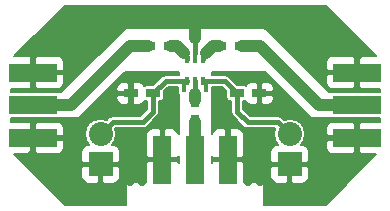
<source format=gtl>
G04 #@! TF.FileFunction,Copper,L1,Top,Signal*
%FSLAX46Y46*%
G04 Gerber Fmt 4.6, Leading zero omitted, Abs format (unit mm)*
G04 Created by KiCad (PCBNEW 4.0.2+dfsg1-stable) date Sa 25 Mär 2017 16:29:51 CET*
%MOMM*%
G01*
G04 APERTURE LIST*
%ADD10C,0.100000*%
%ADD11R,4.064000X1.524000*%
%ADD12R,1.200000X0.750000*%
%ADD13R,0.750000X1.200000*%
%ADD14R,1.524000X4.064000*%
%ADD15R,2.032000X2.032000*%
%ADD16O,2.032000X2.032000*%
%ADD17R,0.398780X0.749300*%
%ADD18R,0.400000X1.000000*%
%ADD19C,0.700000*%
%ADD20C,1.000000*%
%ADD21C,0.400000*%
%ADD22C,0.200000*%
G04 APERTURE END LIST*
D10*
D11*
X29700000Y9000000D03*
X29700000Y6230000D03*
X29700000Y11770000D03*
X2300000Y9000000D03*
X2300000Y11770000D03*
X2300000Y6230000D03*
D12*
X18050000Y14000000D03*
X19950000Y14000000D03*
D13*
X16000000Y9450000D03*
X16000000Y7550000D03*
D12*
X12050000Y14000000D03*
X13950000Y14000000D03*
X19550000Y10000000D03*
X21450000Y10000000D03*
X12450000Y10000000D03*
X10550000Y10000000D03*
D14*
X16000000Y4400000D03*
X13230000Y4400000D03*
X18770000Y4400000D03*
D15*
X24000000Y4000000D03*
D16*
X24000000Y6540000D03*
D15*
X8000000Y4000000D03*
D16*
X8000000Y6540000D03*
D17*
X16650240Y12949960D03*
X16000000Y12949960D03*
X15349760Y12949960D03*
X15349760Y11050040D03*
X16000000Y11050040D03*
X16650240Y11050040D03*
D18*
X15050000Y10600000D03*
X16000000Y10600000D03*
X16950000Y10600000D03*
X15050000Y13400000D03*
X16000000Y13400000D03*
X16950000Y13400000D03*
D19*
X16000000Y14700000D03*
X21500000Y11500000D03*
X10500000Y11500000D03*
X5500000Y12500000D03*
X4500000Y13500000D03*
X3000000Y13500000D03*
X5500000Y7500000D03*
X5500000Y6500000D03*
X5500000Y5500000D03*
X4500000Y4500000D03*
X3000000Y4500000D03*
X26500000Y7500000D03*
X26500000Y6500000D03*
X26500000Y5500000D03*
X27500000Y4500000D03*
X29000000Y4500000D03*
X26500000Y12500000D03*
X27500000Y13500000D03*
X29000000Y13500000D03*
X18000000Y9500000D03*
X18000000Y8500000D03*
X18000000Y7500000D03*
X19000000Y7500000D03*
X14000000Y9500000D03*
X14000000Y8500000D03*
X14000000Y7500000D03*
X13000000Y7500000D03*
X10500000Y2500000D03*
X11500000Y2500000D03*
X11500000Y3500000D03*
X11500000Y6500000D03*
X11500000Y5500000D03*
X11500000Y4500000D03*
X21500000Y2500000D03*
X20500000Y2500000D03*
X20500000Y3500000D03*
X20500000Y6500000D03*
X20500000Y5500000D03*
X20500000Y4500000D03*
X9000000Y10000000D03*
X23000000Y10000000D03*
X1500000Y13500000D03*
X2500000Y14500000D03*
X3500000Y15500000D03*
X4500000Y16500000D03*
X5500000Y17000000D03*
X6500000Y17000000D03*
X7500000Y17000000D03*
X8500000Y17000000D03*
X9500000Y17000000D03*
X10500000Y17000000D03*
X11500000Y17000000D03*
X12500000Y17000000D03*
X13500000Y17000000D03*
X14500000Y17000000D03*
X15500000Y17000000D03*
X16500000Y17000000D03*
X17500000Y17000000D03*
X18500000Y17000000D03*
X19500000Y17000000D03*
X20500000Y17000000D03*
X21500000Y17000000D03*
X22500000Y17000000D03*
X23500000Y17000000D03*
X24500000Y17000000D03*
X25500000Y17000000D03*
X26500000Y17000000D03*
X27500000Y16500000D03*
X28500000Y15500000D03*
X29500000Y14500000D03*
X30500000Y13500000D03*
X30500000Y4500000D03*
X29500000Y3500000D03*
X28500000Y2500000D03*
X27500000Y1500000D03*
X26500000Y1000000D03*
X25500000Y1000000D03*
X24500000Y1000000D03*
X23500000Y1000000D03*
X22500000Y1000000D03*
X9500000Y1000000D03*
X8500000Y1000000D03*
X7500000Y1000000D03*
X6500000Y1000000D03*
X5500000Y1000000D03*
X4500000Y1500000D03*
X3500000Y2500000D03*
X2500000Y3500000D03*
X1500000Y4500000D03*
D20*
X16000000Y14700000D02*
X16000000Y15800000D01*
D21*
X16000000Y13400000D02*
X16000000Y14700000D01*
D22*
X30500000Y4500000D02*
X29900000Y4500000D01*
X29900000Y4500000D02*
X29700000Y4700000D01*
X29700000Y4700000D02*
X29700000Y6230000D01*
X21450000Y10000000D02*
X21450000Y11450000D01*
X21450000Y11450000D02*
X21500000Y11500000D01*
X10550000Y10000000D02*
X10550000Y11450000D01*
X10550000Y11450000D02*
X10500000Y11500000D01*
X4500000Y13500000D02*
X5500000Y12500000D01*
X2300000Y11770000D02*
X2300000Y12800000D01*
X2300000Y12800000D02*
X3000000Y13500000D01*
X5500000Y6500000D02*
X5500000Y7500000D01*
X4500000Y4500000D02*
X5500000Y5500000D01*
X2300000Y6230000D02*
X2300000Y5200000D01*
X2300000Y5200000D02*
X3000000Y4500000D01*
X26500000Y6500000D02*
X26500000Y7500000D01*
X27500000Y4500000D02*
X26500000Y5500000D01*
X29700000Y6230000D02*
X29700000Y5200000D01*
X29700000Y5200000D02*
X29000000Y4500000D01*
X27500000Y13500000D02*
X26500000Y12500000D01*
X29700000Y11770000D02*
X29700000Y12800000D01*
X29700000Y12800000D02*
X29000000Y13500000D01*
X18000000Y7500000D02*
X18000000Y8500000D01*
X18770000Y4400000D02*
X18770000Y7270000D01*
X18770000Y7270000D02*
X19000000Y7500000D01*
X14000000Y7500000D02*
X14000000Y8500000D01*
X13230000Y4400000D02*
X13230000Y7270000D01*
X13230000Y7270000D02*
X13000000Y7500000D01*
X11500000Y3500000D02*
X11500000Y2500000D01*
X11500000Y5500000D02*
X11500000Y6500000D01*
X13230000Y4400000D02*
X11600000Y4400000D01*
X11600000Y4400000D02*
X11500000Y4500000D01*
X20500000Y3500000D02*
X20500000Y2500000D01*
X20500000Y5500000D02*
X20500000Y6500000D01*
X18770000Y4400000D02*
X20400000Y4400000D01*
X20400000Y4400000D02*
X20500000Y4500000D01*
D21*
X10550000Y10000000D02*
X9000000Y10000000D01*
X21450000Y10000000D02*
X23000000Y10000000D01*
D22*
X3500000Y15500000D02*
X2500000Y14500000D01*
X5500000Y17000000D02*
X5000000Y17000000D01*
X5000000Y17000000D02*
X4500000Y16500000D01*
X7500000Y17000000D02*
X6500000Y17000000D01*
X9500000Y17000000D02*
X8500000Y17000000D01*
X11500000Y17000000D02*
X10500000Y17000000D01*
X13500000Y17000000D02*
X12500000Y17000000D01*
X15500000Y17000000D02*
X14500000Y17000000D01*
X17500000Y17000000D02*
X16500000Y17000000D01*
X19500000Y17000000D02*
X18500000Y17000000D01*
X21500000Y17000000D02*
X20500000Y17000000D01*
X23500000Y17000000D02*
X22500000Y17000000D01*
X25500000Y17000000D02*
X24500000Y17000000D01*
X27500000Y16500000D02*
X27000000Y16500000D01*
X27000000Y16500000D02*
X26500000Y17000000D01*
X29500000Y14500000D02*
X28500000Y15500000D01*
X29700000Y11770000D02*
X29700000Y12732000D01*
X30468000Y13500000D02*
X30500000Y13500000D01*
X29700000Y12732000D02*
X30468000Y13500000D01*
X29500000Y3500000D02*
X30500000Y4500000D01*
X27500000Y1500000D02*
X28500000Y2500000D01*
X25500000Y1000000D02*
X26500000Y1000000D01*
X23500000Y1000000D02*
X24500000Y1000000D01*
X8500000Y1000000D02*
X9500000Y1000000D01*
X6500000Y1000000D02*
X7500000Y1000000D01*
X4500000Y1500000D02*
X5000000Y1500000D01*
X5000000Y1500000D02*
X5500000Y1000000D01*
X2500000Y3500000D02*
X3500000Y2500000D01*
X2300000Y6230000D02*
X2300000Y5268000D01*
X2300000Y5268000D02*
X1532000Y4500000D01*
X1532000Y4500000D02*
X1500000Y4500000D01*
D20*
X18050000Y14000000D02*
X17550000Y14000000D01*
X17550000Y14000000D02*
X16950000Y13400000D01*
D21*
X16650240Y12949960D02*
X16650240Y13100240D01*
X16650240Y13100240D02*
X16950000Y13400000D01*
D20*
X12050000Y14000000D02*
X10450000Y14000000D01*
X10450000Y14000000D02*
X5500000Y9050000D01*
X5500000Y9050000D02*
X5500000Y9000000D01*
X2300000Y9000000D02*
X5500000Y9000000D01*
X16000000Y9450000D02*
X16000000Y9975389D01*
D21*
X16000000Y9450000D02*
X16000000Y11050040D01*
D20*
X29700000Y9000000D02*
X26500000Y9000000D01*
X21500000Y14000000D02*
X19950000Y14000000D01*
X26500000Y9000000D02*
X21500000Y14000000D01*
X16000000Y4400000D02*
X16000000Y7550000D01*
X13950000Y14000000D02*
X14450000Y14000000D01*
X14450000Y14000000D02*
X15050000Y13400000D01*
D21*
X15349760Y12949960D02*
X15349760Y13100240D01*
X15349760Y13100240D02*
X15050000Y13400000D01*
D22*
X16650240Y11050040D02*
X16650240Y10899760D01*
X16650240Y10899760D02*
X16950000Y10600000D01*
D21*
X24000000Y6540000D02*
X22984001Y7555999D01*
X22984001Y7555999D02*
X20444001Y7555999D01*
X20444001Y7555999D02*
X19550000Y8450000D01*
X19550000Y8450000D02*
X19550000Y10000000D01*
X16650240Y11050040D02*
X18499960Y11050040D01*
X18499960Y11050040D02*
X19550000Y10000000D01*
D22*
X15349760Y11050040D02*
X15349760Y10899760D01*
X15349760Y10899760D02*
X15050000Y10600000D01*
D21*
X8000000Y6540000D02*
X9015999Y7555999D01*
X9015999Y7555999D02*
X11555999Y7555999D01*
X11555999Y7555999D02*
X12450000Y8450000D01*
X12450000Y8450000D02*
X12450000Y10000000D01*
X15349760Y11050040D02*
X13500040Y11050040D01*
X13500040Y11050040D02*
X12450000Y10000000D01*
D22*
G36*
X25829289Y7929289D02*
X25861094Y7907879D01*
X25900000Y7900000D01*
X31625000Y7900000D01*
X31625000Y7600000D01*
X30006000Y7600000D01*
X29854000Y7448000D01*
X29854000Y6384000D01*
X29874000Y6384000D01*
X29874000Y6076000D01*
X29854000Y6076000D01*
X29854000Y5012000D01*
X30006000Y4860000D01*
X31329670Y4860000D01*
X27044670Y575000D01*
X21875000Y575000D01*
X21875000Y2100000D01*
X21846455Y2243506D01*
X21765165Y2365165D01*
X21643506Y2446455D01*
X21500000Y2475000D01*
X20140000Y2475000D01*
X20140000Y3694000D01*
X22376000Y3694000D01*
X22376000Y2863062D01*
X22468562Y2639596D01*
X22639595Y2468563D01*
X22863061Y2376000D01*
X23694000Y2376000D01*
X23846000Y2528000D01*
X23846000Y3846000D01*
X24154000Y3846000D01*
X24154000Y2528000D01*
X24306000Y2376000D01*
X25136939Y2376000D01*
X25360405Y2468563D01*
X25531438Y2639596D01*
X25624000Y2863062D01*
X25624000Y3694000D01*
X25472000Y3846000D01*
X24154000Y3846000D01*
X23846000Y3846000D01*
X22528000Y3846000D01*
X22376000Y3694000D01*
X20140000Y3694000D01*
X20140000Y4094000D01*
X19988000Y4246000D01*
X18924000Y4246000D01*
X18924000Y4226000D01*
X18616000Y4226000D01*
X18616000Y4246000D01*
X17552000Y4246000D01*
X17400000Y4094000D01*
X17400000Y4706000D01*
X17552000Y4554000D01*
X18616000Y4554000D01*
X18616000Y6888000D01*
X18924000Y6888000D01*
X18924000Y4554000D01*
X19988000Y4554000D01*
X20140000Y4706000D01*
X20140000Y6552938D01*
X20047438Y6776404D01*
X19876405Y6947437D01*
X19652939Y7040000D01*
X19076000Y7040000D01*
X18924000Y6888000D01*
X18616000Y6888000D01*
X18464000Y7040000D01*
X17887061Y7040000D01*
X17663595Y6947437D01*
X17492562Y6776404D01*
X17400000Y6552938D01*
X17400000Y9934488D01*
X17431778Y9980997D01*
X17455877Y10100000D01*
X17455877Y10550040D01*
X18292854Y10550040D01*
X18644123Y10198771D01*
X18644123Y9625000D01*
X18665042Y9513827D01*
X18730745Y9411721D01*
X18830997Y9343222D01*
X18950000Y9319123D01*
X19050000Y9319123D01*
X19050000Y8450000D01*
X19082004Y8289104D01*
X19088060Y8258658D01*
X19196447Y8096447D01*
X20090447Y7202446D01*
X20224403Y7112939D01*
X20252659Y7094059D01*
X20444001Y7055999D01*
X22766670Y7055999D01*
X22758393Y7043611D01*
X22658218Y6540000D01*
X22758393Y6036389D01*
X23033941Y5624000D01*
X22863061Y5624000D01*
X22639595Y5531437D01*
X22468562Y5360404D01*
X22376000Y5136938D01*
X22376000Y4306000D01*
X22528000Y4154000D01*
X23846000Y4154000D01*
X23846000Y4174000D01*
X24154000Y4174000D01*
X24154000Y4154000D01*
X25472000Y4154000D01*
X25624000Y4306000D01*
X25624000Y5136938D01*
X25531438Y5360404D01*
X25360405Y5531437D01*
X25136939Y5624000D01*
X24966059Y5624000D01*
X25166511Y5924000D01*
X27060000Y5924000D01*
X27060000Y5347061D01*
X27152563Y5123595D01*
X27323596Y4952562D01*
X27547062Y4860000D01*
X29394000Y4860000D01*
X29546000Y5012000D01*
X29546000Y6076000D01*
X27212000Y6076000D01*
X27060000Y5924000D01*
X25166511Y5924000D01*
X25241607Y6036389D01*
X25341782Y6540000D01*
X25241607Y7043611D01*
X25195284Y7112939D01*
X27060000Y7112939D01*
X27060000Y6536000D01*
X27212000Y6384000D01*
X29546000Y6384000D01*
X29546000Y7448000D01*
X29394000Y7600000D01*
X27547062Y7600000D01*
X27323596Y7507438D01*
X27152563Y7336405D01*
X27060000Y7112939D01*
X25195284Y7112939D01*
X24956335Y7470553D01*
X24529393Y7755825D01*
X24025782Y7856000D01*
X23974218Y7856000D01*
X23487851Y7759255D01*
X23337554Y7909552D01*
X23175343Y8017939D01*
X23171291Y8018745D01*
X22984001Y8055999D01*
X20651108Y8055999D01*
X20050000Y8657106D01*
X20050000Y9319123D01*
X20150000Y9319123D01*
X20261173Y9340042D01*
X20299676Y9364818D01*
X20334562Y9280596D01*
X20505595Y9109563D01*
X20729061Y9017000D01*
X21144000Y9017000D01*
X21296000Y9169000D01*
X21296000Y9846000D01*
X21604000Y9846000D01*
X21604000Y9169000D01*
X21756000Y9017000D01*
X22170939Y9017000D01*
X22394405Y9109563D01*
X22565438Y9280596D01*
X22658000Y9504062D01*
X22658000Y9694000D01*
X22506000Y9846000D01*
X21604000Y9846000D01*
X21296000Y9846000D01*
X21276000Y9846000D01*
X21276000Y10154000D01*
X21296000Y10154000D01*
X21296000Y10831000D01*
X21604000Y10831000D01*
X21604000Y10154000D01*
X22506000Y10154000D01*
X22658000Y10306000D01*
X22658000Y10495938D01*
X22565438Y10719404D01*
X22394405Y10890437D01*
X22170939Y10983000D01*
X21756000Y10983000D01*
X21604000Y10831000D01*
X21296000Y10831000D01*
X21144000Y10983000D01*
X20729061Y10983000D01*
X20505595Y10890437D01*
X20334562Y10719404D01*
X20299882Y10635679D01*
X20269003Y10656778D01*
X20150000Y10680877D01*
X19576230Y10680877D01*
X18853513Y11403593D01*
X18691302Y11511980D01*
X18499960Y11550040D01*
X17400000Y11550040D01*
X17400000Y11800000D01*
X21958578Y11800000D01*
X25829289Y7929289D01*
X25829289Y7929289D01*
G37*
X25829289Y7929289D02*
X25861094Y7907879D01*
X25900000Y7900000D01*
X31625000Y7900000D01*
X31625000Y7600000D01*
X30006000Y7600000D01*
X29854000Y7448000D01*
X29854000Y6384000D01*
X29874000Y6384000D01*
X29874000Y6076000D01*
X29854000Y6076000D01*
X29854000Y5012000D01*
X30006000Y4860000D01*
X31329670Y4860000D01*
X27044670Y575000D01*
X21875000Y575000D01*
X21875000Y2100000D01*
X21846455Y2243506D01*
X21765165Y2365165D01*
X21643506Y2446455D01*
X21500000Y2475000D01*
X20140000Y2475000D01*
X20140000Y3694000D01*
X22376000Y3694000D01*
X22376000Y2863062D01*
X22468562Y2639596D01*
X22639595Y2468563D01*
X22863061Y2376000D01*
X23694000Y2376000D01*
X23846000Y2528000D01*
X23846000Y3846000D01*
X24154000Y3846000D01*
X24154000Y2528000D01*
X24306000Y2376000D01*
X25136939Y2376000D01*
X25360405Y2468563D01*
X25531438Y2639596D01*
X25624000Y2863062D01*
X25624000Y3694000D01*
X25472000Y3846000D01*
X24154000Y3846000D01*
X23846000Y3846000D01*
X22528000Y3846000D01*
X22376000Y3694000D01*
X20140000Y3694000D01*
X20140000Y4094000D01*
X19988000Y4246000D01*
X18924000Y4246000D01*
X18924000Y4226000D01*
X18616000Y4226000D01*
X18616000Y4246000D01*
X17552000Y4246000D01*
X17400000Y4094000D01*
X17400000Y4706000D01*
X17552000Y4554000D01*
X18616000Y4554000D01*
X18616000Y6888000D01*
X18924000Y6888000D01*
X18924000Y4554000D01*
X19988000Y4554000D01*
X20140000Y4706000D01*
X20140000Y6552938D01*
X20047438Y6776404D01*
X19876405Y6947437D01*
X19652939Y7040000D01*
X19076000Y7040000D01*
X18924000Y6888000D01*
X18616000Y6888000D01*
X18464000Y7040000D01*
X17887061Y7040000D01*
X17663595Y6947437D01*
X17492562Y6776404D01*
X17400000Y6552938D01*
X17400000Y9934488D01*
X17431778Y9980997D01*
X17455877Y10100000D01*
X17455877Y10550040D01*
X18292854Y10550040D01*
X18644123Y10198771D01*
X18644123Y9625000D01*
X18665042Y9513827D01*
X18730745Y9411721D01*
X18830997Y9343222D01*
X18950000Y9319123D01*
X19050000Y9319123D01*
X19050000Y8450000D01*
X19082004Y8289104D01*
X19088060Y8258658D01*
X19196447Y8096447D01*
X20090447Y7202446D01*
X20224403Y7112939D01*
X20252659Y7094059D01*
X20444001Y7055999D01*
X22766670Y7055999D01*
X22758393Y7043611D01*
X22658218Y6540000D01*
X22758393Y6036389D01*
X23033941Y5624000D01*
X22863061Y5624000D01*
X22639595Y5531437D01*
X22468562Y5360404D01*
X22376000Y5136938D01*
X22376000Y4306000D01*
X22528000Y4154000D01*
X23846000Y4154000D01*
X23846000Y4174000D01*
X24154000Y4174000D01*
X24154000Y4154000D01*
X25472000Y4154000D01*
X25624000Y4306000D01*
X25624000Y5136938D01*
X25531438Y5360404D01*
X25360405Y5531437D01*
X25136939Y5624000D01*
X24966059Y5624000D01*
X25166511Y5924000D01*
X27060000Y5924000D01*
X27060000Y5347061D01*
X27152563Y5123595D01*
X27323596Y4952562D01*
X27547062Y4860000D01*
X29394000Y4860000D01*
X29546000Y5012000D01*
X29546000Y6076000D01*
X27212000Y6076000D01*
X27060000Y5924000D01*
X25166511Y5924000D01*
X25241607Y6036389D01*
X25341782Y6540000D01*
X25241607Y7043611D01*
X25195284Y7112939D01*
X27060000Y7112939D01*
X27060000Y6536000D01*
X27212000Y6384000D01*
X29546000Y6384000D01*
X29546000Y7448000D01*
X29394000Y7600000D01*
X27547062Y7600000D01*
X27323596Y7507438D01*
X27152563Y7336405D01*
X27060000Y7112939D01*
X25195284Y7112939D01*
X24956335Y7470553D01*
X24529393Y7755825D01*
X24025782Y7856000D01*
X23974218Y7856000D01*
X23487851Y7759255D01*
X23337554Y7909552D01*
X23175343Y8017939D01*
X23171291Y8018745D01*
X22984001Y8055999D01*
X20651108Y8055999D01*
X20050000Y8657106D01*
X20050000Y9319123D01*
X20150000Y9319123D01*
X20261173Y9340042D01*
X20299676Y9364818D01*
X20334562Y9280596D01*
X20505595Y9109563D01*
X20729061Y9017000D01*
X21144000Y9017000D01*
X21296000Y9169000D01*
X21296000Y9846000D01*
X21604000Y9846000D01*
X21604000Y9169000D01*
X21756000Y9017000D01*
X22170939Y9017000D01*
X22394405Y9109563D01*
X22565438Y9280596D01*
X22658000Y9504062D01*
X22658000Y9694000D01*
X22506000Y9846000D01*
X21604000Y9846000D01*
X21296000Y9846000D01*
X21276000Y9846000D01*
X21276000Y10154000D01*
X21296000Y10154000D01*
X21296000Y10831000D01*
X21604000Y10831000D01*
X21604000Y10154000D01*
X22506000Y10154000D01*
X22658000Y10306000D01*
X22658000Y10495938D01*
X22565438Y10719404D01*
X22394405Y10890437D01*
X22170939Y10983000D01*
X21756000Y10983000D01*
X21604000Y10831000D01*
X21296000Y10831000D01*
X21144000Y10983000D01*
X20729061Y10983000D01*
X20505595Y10890437D01*
X20334562Y10719404D01*
X20299882Y10635679D01*
X20269003Y10656778D01*
X20150000Y10680877D01*
X19576230Y10680877D01*
X18853513Y11403593D01*
X18691302Y11511980D01*
X18499960Y11550040D01*
X17400000Y11550040D01*
X17400000Y11800000D01*
X21958578Y11800000D01*
X25829289Y7929289D01*
G36*
X14600000Y11550040D02*
X13500040Y11550040D01*
X13308698Y11511980D01*
X13146487Y11403594D01*
X12423771Y10680877D01*
X11850000Y10680877D01*
X11738827Y10659958D01*
X11700324Y10635182D01*
X11665438Y10719404D01*
X11494405Y10890437D01*
X11270939Y10983000D01*
X10856000Y10983000D01*
X10704000Y10831000D01*
X10704000Y10154000D01*
X10724000Y10154000D01*
X10724000Y9846000D01*
X10704000Y9846000D01*
X10704000Y9169000D01*
X10856000Y9017000D01*
X11270939Y9017000D01*
X11494405Y9109563D01*
X11665438Y9280596D01*
X11700118Y9364321D01*
X11730997Y9343222D01*
X11850000Y9319123D01*
X11950000Y9319123D01*
X11950000Y8657107D01*
X11348893Y8055999D01*
X9015999Y8055999D01*
X8824657Y8017939D01*
X8759685Y7974525D01*
X8662446Y7909553D01*
X8512148Y7759255D01*
X8025782Y7856000D01*
X7974218Y7856000D01*
X7470607Y7755825D01*
X7043665Y7470553D01*
X6758393Y7043611D01*
X6658218Y6540000D01*
X6758393Y6036389D01*
X7033941Y5624000D01*
X6863061Y5624000D01*
X6639595Y5531437D01*
X6468562Y5360404D01*
X6376000Y5136938D01*
X6376000Y4306000D01*
X6528000Y4154000D01*
X7846000Y4154000D01*
X7846000Y4174000D01*
X8154000Y4174000D01*
X8154000Y4154000D01*
X9472000Y4154000D01*
X9624000Y4306000D01*
X9624000Y5136938D01*
X9531438Y5360404D01*
X9360405Y5531437D01*
X9136939Y5624000D01*
X8966059Y5624000D01*
X9241607Y6036389D01*
X9341782Y6540000D01*
X9339209Y6552938D01*
X11860000Y6552938D01*
X11860000Y4706000D01*
X12012000Y4554000D01*
X13076000Y4554000D01*
X13076000Y6888000D01*
X12924000Y7040000D01*
X12347061Y7040000D01*
X12123595Y6947437D01*
X11952562Y6776404D01*
X11860000Y6552938D01*
X9339209Y6552938D01*
X9241607Y7043611D01*
X9233330Y7055999D01*
X11555999Y7055999D01*
X11747341Y7094059D01*
X11909552Y7202446D01*
X12803553Y8096446D01*
X12911940Y8258658D01*
X12917996Y8289104D01*
X12950000Y8450000D01*
X12950000Y9319123D01*
X13050000Y9319123D01*
X13161173Y9340042D01*
X13263279Y9405745D01*
X13331778Y9505997D01*
X13355877Y9625000D01*
X13355877Y10198770D01*
X13707147Y10550040D01*
X14544123Y10550040D01*
X14544123Y10100000D01*
X14565042Y9988827D01*
X14600000Y9934500D01*
X14600000Y6552938D01*
X14507438Y6776404D01*
X14336405Y6947437D01*
X14112939Y7040000D01*
X13536000Y7040000D01*
X13384000Y6888000D01*
X13384000Y4554000D01*
X14448000Y4554000D01*
X14600000Y4706000D01*
X14600000Y4094000D01*
X14448000Y4246000D01*
X13384000Y4246000D01*
X13384000Y4226000D01*
X13076000Y4226000D01*
X13076000Y4246000D01*
X12012000Y4246000D01*
X11860000Y4094000D01*
X11860000Y2475000D01*
X10500000Y2475000D01*
X10356494Y2446455D01*
X10234835Y2365165D01*
X10153545Y2243506D01*
X10125000Y2100000D01*
X10125000Y575000D01*
X4955330Y575000D01*
X1836330Y3694000D01*
X6376000Y3694000D01*
X6376000Y2863062D01*
X6468562Y2639596D01*
X6639595Y2468563D01*
X6863061Y2376000D01*
X7694000Y2376000D01*
X7846000Y2528000D01*
X7846000Y3846000D01*
X8154000Y3846000D01*
X8154000Y2528000D01*
X8306000Y2376000D01*
X9136939Y2376000D01*
X9360405Y2468563D01*
X9531438Y2639596D01*
X9624000Y2863062D01*
X9624000Y3694000D01*
X9472000Y3846000D01*
X8154000Y3846000D01*
X7846000Y3846000D01*
X6528000Y3846000D01*
X6376000Y3694000D01*
X1836330Y3694000D01*
X670330Y4860000D01*
X1994000Y4860000D01*
X2146000Y5012000D01*
X2146000Y6076000D01*
X2454000Y6076000D01*
X2454000Y5012000D01*
X2606000Y4860000D01*
X4452938Y4860000D01*
X4676404Y4952562D01*
X4847437Y5123595D01*
X4940000Y5347061D01*
X4940000Y5924000D01*
X4788000Y6076000D01*
X2454000Y6076000D01*
X2146000Y6076000D01*
X2126000Y6076000D01*
X2126000Y6384000D01*
X2146000Y6384000D01*
X2146000Y7448000D01*
X2454000Y7448000D01*
X2454000Y6384000D01*
X4788000Y6384000D01*
X4940000Y6536000D01*
X4940000Y7112939D01*
X4847437Y7336405D01*
X4676404Y7507438D01*
X4452938Y7600000D01*
X2606000Y7600000D01*
X2454000Y7448000D01*
X2146000Y7448000D01*
X1994000Y7600000D01*
X375000Y7600000D01*
X375000Y7900000D01*
X6100000Y7900000D01*
X6137629Y7907350D01*
X6170711Y7929289D01*
X7935422Y9694000D01*
X9342000Y9694000D01*
X9342000Y9504062D01*
X9434562Y9280596D01*
X9605595Y9109563D01*
X9829061Y9017000D01*
X10244000Y9017000D01*
X10396000Y9169000D01*
X10396000Y9846000D01*
X9494000Y9846000D01*
X9342000Y9694000D01*
X7935422Y9694000D01*
X8737360Y10495938D01*
X9342000Y10495938D01*
X9342000Y10306000D01*
X9494000Y10154000D01*
X10396000Y10154000D01*
X10396000Y10831000D01*
X10244000Y10983000D01*
X9829061Y10983000D01*
X9605595Y10890437D01*
X9434562Y10719404D01*
X9342000Y10495938D01*
X8737360Y10495938D01*
X10041422Y11800000D01*
X14600000Y11800000D01*
X14600000Y11550040D01*
X14600000Y11550040D01*
G37*
X14600000Y11550040D02*
X13500040Y11550040D01*
X13308698Y11511980D01*
X13146487Y11403594D01*
X12423771Y10680877D01*
X11850000Y10680877D01*
X11738827Y10659958D01*
X11700324Y10635182D01*
X11665438Y10719404D01*
X11494405Y10890437D01*
X11270939Y10983000D01*
X10856000Y10983000D01*
X10704000Y10831000D01*
X10704000Y10154000D01*
X10724000Y10154000D01*
X10724000Y9846000D01*
X10704000Y9846000D01*
X10704000Y9169000D01*
X10856000Y9017000D01*
X11270939Y9017000D01*
X11494405Y9109563D01*
X11665438Y9280596D01*
X11700118Y9364321D01*
X11730997Y9343222D01*
X11850000Y9319123D01*
X11950000Y9319123D01*
X11950000Y8657107D01*
X11348893Y8055999D01*
X9015999Y8055999D01*
X8824657Y8017939D01*
X8759685Y7974525D01*
X8662446Y7909553D01*
X8512148Y7759255D01*
X8025782Y7856000D01*
X7974218Y7856000D01*
X7470607Y7755825D01*
X7043665Y7470553D01*
X6758393Y7043611D01*
X6658218Y6540000D01*
X6758393Y6036389D01*
X7033941Y5624000D01*
X6863061Y5624000D01*
X6639595Y5531437D01*
X6468562Y5360404D01*
X6376000Y5136938D01*
X6376000Y4306000D01*
X6528000Y4154000D01*
X7846000Y4154000D01*
X7846000Y4174000D01*
X8154000Y4174000D01*
X8154000Y4154000D01*
X9472000Y4154000D01*
X9624000Y4306000D01*
X9624000Y5136938D01*
X9531438Y5360404D01*
X9360405Y5531437D01*
X9136939Y5624000D01*
X8966059Y5624000D01*
X9241607Y6036389D01*
X9341782Y6540000D01*
X9339209Y6552938D01*
X11860000Y6552938D01*
X11860000Y4706000D01*
X12012000Y4554000D01*
X13076000Y4554000D01*
X13076000Y6888000D01*
X12924000Y7040000D01*
X12347061Y7040000D01*
X12123595Y6947437D01*
X11952562Y6776404D01*
X11860000Y6552938D01*
X9339209Y6552938D01*
X9241607Y7043611D01*
X9233330Y7055999D01*
X11555999Y7055999D01*
X11747341Y7094059D01*
X11909552Y7202446D01*
X12803553Y8096446D01*
X12911940Y8258658D01*
X12917996Y8289104D01*
X12950000Y8450000D01*
X12950000Y9319123D01*
X13050000Y9319123D01*
X13161173Y9340042D01*
X13263279Y9405745D01*
X13331778Y9505997D01*
X13355877Y9625000D01*
X13355877Y10198770D01*
X13707147Y10550040D01*
X14544123Y10550040D01*
X14544123Y10100000D01*
X14565042Y9988827D01*
X14600000Y9934500D01*
X14600000Y6552938D01*
X14507438Y6776404D01*
X14336405Y6947437D01*
X14112939Y7040000D01*
X13536000Y7040000D01*
X13384000Y6888000D01*
X13384000Y4554000D01*
X14448000Y4554000D01*
X14600000Y4706000D01*
X14600000Y4094000D01*
X14448000Y4246000D01*
X13384000Y4246000D01*
X13384000Y4226000D01*
X13076000Y4226000D01*
X13076000Y4246000D01*
X12012000Y4246000D01*
X11860000Y4094000D01*
X11860000Y2475000D01*
X10500000Y2475000D01*
X10356494Y2446455D01*
X10234835Y2365165D01*
X10153545Y2243506D01*
X10125000Y2100000D01*
X10125000Y575000D01*
X4955330Y575000D01*
X1836330Y3694000D01*
X6376000Y3694000D01*
X6376000Y2863062D01*
X6468562Y2639596D01*
X6639595Y2468563D01*
X6863061Y2376000D01*
X7694000Y2376000D01*
X7846000Y2528000D01*
X7846000Y3846000D01*
X8154000Y3846000D01*
X8154000Y2528000D01*
X8306000Y2376000D01*
X9136939Y2376000D01*
X9360405Y2468563D01*
X9531438Y2639596D01*
X9624000Y2863062D01*
X9624000Y3694000D01*
X9472000Y3846000D01*
X8154000Y3846000D01*
X7846000Y3846000D01*
X6528000Y3846000D01*
X6376000Y3694000D01*
X1836330Y3694000D01*
X670330Y4860000D01*
X1994000Y4860000D01*
X2146000Y5012000D01*
X2146000Y6076000D01*
X2454000Y6076000D01*
X2454000Y5012000D01*
X2606000Y4860000D01*
X4452938Y4860000D01*
X4676404Y4952562D01*
X4847437Y5123595D01*
X4940000Y5347061D01*
X4940000Y5924000D01*
X4788000Y6076000D01*
X2454000Y6076000D01*
X2146000Y6076000D01*
X2126000Y6076000D01*
X2126000Y6384000D01*
X2146000Y6384000D01*
X2146000Y7448000D01*
X2454000Y7448000D01*
X2454000Y6384000D01*
X4788000Y6384000D01*
X4940000Y6536000D01*
X4940000Y7112939D01*
X4847437Y7336405D01*
X4676404Y7507438D01*
X4452938Y7600000D01*
X2606000Y7600000D01*
X2454000Y7448000D01*
X2146000Y7448000D01*
X1994000Y7600000D01*
X375000Y7600000D01*
X375000Y7900000D01*
X6100000Y7900000D01*
X6137629Y7907350D01*
X6170711Y7929289D01*
X7935422Y9694000D01*
X9342000Y9694000D01*
X9342000Y9504062D01*
X9434562Y9280596D01*
X9605595Y9109563D01*
X9829061Y9017000D01*
X10244000Y9017000D01*
X10396000Y9169000D01*
X10396000Y9846000D01*
X9494000Y9846000D01*
X9342000Y9694000D01*
X7935422Y9694000D01*
X8737360Y10495938D01*
X9342000Y10495938D01*
X9342000Y10306000D01*
X9494000Y10154000D01*
X10396000Y10154000D01*
X10396000Y10831000D01*
X10244000Y10983000D01*
X9829061Y10983000D01*
X9605595Y10890437D01*
X9434562Y10719404D01*
X9342000Y10495938D01*
X8737360Y10495938D01*
X10041422Y11800000D01*
X14600000Y11800000D01*
X14600000Y11550040D01*
G36*
X31329670Y13140000D02*
X30006000Y13140000D01*
X29854000Y12988000D01*
X29854000Y11924000D01*
X29874000Y11924000D01*
X29874000Y11616000D01*
X29854000Y11616000D01*
X29854000Y10552000D01*
X30006000Y10400000D01*
X31625000Y10400000D01*
X31625000Y10100000D01*
X27341422Y10100000D01*
X25977422Y11464000D01*
X27060000Y11464000D01*
X27060000Y10887061D01*
X27152563Y10663595D01*
X27323596Y10492562D01*
X27547062Y10400000D01*
X29394000Y10400000D01*
X29546000Y10552000D01*
X29546000Y11616000D01*
X27212000Y11616000D01*
X27060000Y11464000D01*
X25977422Y11464000D01*
X24788483Y12652939D01*
X27060000Y12652939D01*
X27060000Y12076000D01*
X27212000Y11924000D01*
X29546000Y11924000D01*
X29546000Y12988000D01*
X29394000Y13140000D01*
X27547062Y13140000D01*
X27323596Y13047438D01*
X27152563Y12876405D01*
X27060000Y12652939D01*
X24788483Y12652939D01*
X21970711Y15470711D01*
X21938906Y15492121D01*
X21900000Y15500000D01*
X10100000Y15500000D01*
X10062371Y15492650D01*
X10029289Y15470711D01*
X4658578Y10100000D01*
X375000Y10100000D01*
X375000Y10400000D01*
X1994000Y10400000D01*
X2146000Y10552000D01*
X2146000Y11616000D01*
X2454000Y11616000D01*
X2454000Y10552000D01*
X2606000Y10400000D01*
X4452938Y10400000D01*
X4676404Y10492562D01*
X4847437Y10663595D01*
X4940000Y10887061D01*
X4940000Y11464000D01*
X4788000Y11616000D01*
X2454000Y11616000D01*
X2146000Y11616000D01*
X2126000Y11616000D01*
X2126000Y11924000D01*
X2146000Y11924000D01*
X2146000Y12988000D01*
X2454000Y12988000D01*
X2454000Y11924000D01*
X4788000Y11924000D01*
X4940000Y12076000D01*
X4940000Y12652939D01*
X4847437Y12876405D01*
X4676404Y13047438D01*
X4452938Y13140000D01*
X2606000Y13140000D01*
X2454000Y12988000D01*
X2146000Y12988000D01*
X1994000Y13140000D01*
X670330Y13140000D01*
X4955330Y17425000D01*
X27044670Y17425000D01*
X31329670Y13140000D01*
X31329670Y13140000D01*
G37*
X31329670Y13140000D02*
X30006000Y13140000D01*
X29854000Y12988000D01*
X29854000Y11924000D01*
X29874000Y11924000D01*
X29874000Y11616000D01*
X29854000Y11616000D01*
X29854000Y10552000D01*
X30006000Y10400000D01*
X31625000Y10400000D01*
X31625000Y10100000D01*
X27341422Y10100000D01*
X25977422Y11464000D01*
X27060000Y11464000D01*
X27060000Y10887061D01*
X27152563Y10663595D01*
X27323596Y10492562D01*
X27547062Y10400000D01*
X29394000Y10400000D01*
X29546000Y10552000D01*
X29546000Y11616000D01*
X27212000Y11616000D01*
X27060000Y11464000D01*
X25977422Y11464000D01*
X24788483Y12652939D01*
X27060000Y12652939D01*
X27060000Y12076000D01*
X27212000Y11924000D01*
X29546000Y11924000D01*
X29546000Y12988000D01*
X29394000Y13140000D01*
X27547062Y13140000D01*
X27323596Y13047438D01*
X27152563Y12876405D01*
X27060000Y12652939D01*
X24788483Y12652939D01*
X21970711Y15470711D01*
X21938906Y15492121D01*
X21900000Y15500000D01*
X10100000Y15500000D01*
X10062371Y15492650D01*
X10029289Y15470711D01*
X4658578Y10100000D01*
X375000Y10100000D01*
X375000Y10400000D01*
X1994000Y10400000D01*
X2146000Y10552000D01*
X2146000Y11616000D01*
X2454000Y11616000D01*
X2454000Y10552000D01*
X2606000Y10400000D01*
X4452938Y10400000D01*
X4676404Y10492562D01*
X4847437Y10663595D01*
X4940000Y10887061D01*
X4940000Y11464000D01*
X4788000Y11616000D01*
X2454000Y11616000D01*
X2146000Y11616000D01*
X2126000Y11616000D01*
X2126000Y11924000D01*
X2146000Y11924000D01*
X2146000Y12988000D01*
X2454000Y12988000D01*
X2454000Y11924000D01*
X4788000Y11924000D01*
X4940000Y12076000D01*
X4940000Y12652939D01*
X4847437Y12876405D01*
X4676404Y13047438D01*
X4452938Y13140000D01*
X2606000Y13140000D01*
X2454000Y12988000D01*
X2146000Y12988000D01*
X1994000Y13140000D01*
X670330Y13140000D01*
X4955330Y17425000D01*
X27044670Y17425000D01*
X31329670Y13140000D01*
M02*

</source>
